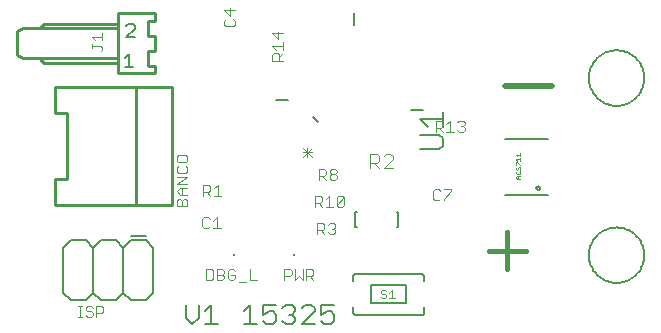
<source format=gto>
G75*
%MOIN*%
%OFA0B0*%
%FSLAX24Y24*%
%IPPOS*%
%LPD*%
%AMOC8*
5,1,8,0,0,1.08239X$1,22.5*
%
%ADD10C,0.0060*%
%ADD11C,0.0200*%
%ADD12C,0.0160*%
%ADD13C,0.0030*%
%ADD14R,0.0079X0.0079*%
%ADD15C,0.0080*%
%ADD16C,0.0040*%
%ADD17C,0.0050*%
%ADD18C,0.0100*%
%ADD19C,0.0020*%
%ADD20C,0.0010*%
%ADD21C,0.0070*%
D10*
X008506Y000851D02*
X008720Y000638D01*
X008933Y000851D01*
X008933Y001278D01*
X009151Y001065D02*
X009364Y001278D01*
X009364Y000638D01*
X009151Y000638D02*
X009578Y000638D01*
X010440Y000638D02*
X010867Y000638D01*
X010653Y000638D02*
X010653Y001278D01*
X010440Y001065D01*
X011084Y000958D02*
X011298Y001065D01*
X011405Y001065D01*
X011511Y000958D01*
X011511Y000744D01*
X011405Y000638D01*
X011191Y000638D01*
X011084Y000744D01*
X011084Y000958D02*
X011084Y001278D01*
X011511Y001278D01*
X011729Y001172D02*
X011836Y001278D01*
X012049Y001278D01*
X012156Y001172D01*
X012156Y001065D01*
X012049Y000958D01*
X012156Y000851D01*
X012156Y000744D01*
X012049Y000638D01*
X011836Y000638D01*
X011729Y000744D01*
X011942Y000958D02*
X012049Y000958D01*
X012373Y001172D02*
X012480Y001278D01*
X012694Y001278D01*
X012801Y001172D01*
X012801Y001065D01*
X012373Y000638D01*
X012801Y000638D01*
X013018Y000744D02*
X013125Y000638D01*
X013338Y000638D01*
X013445Y000744D01*
X013445Y000958D01*
X013338Y001065D01*
X013232Y001065D01*
X013018Y000958D01*
X013018Y001278D01*
X013445Y001278D01*
X008506Y001278D02*
X008506Y000851D01*
X019152Y004956D02*
X020571Y004956D01*
X020571Y006816D02*
X019152Y006816D01*
X016408Y007793D02*
X016008Y007793D01*
X012918Y007373D02*
X012758Y007533D01*
X011928Y008113D02*
X011518Y008113D01*
X014118Y010623D02*
X014118Y011023D01*
X021941Y008842D02*
X021943Y008902D01*
X021949Y008963D01*
X021959Y009022D01*
X021973Y009081D01*
X021990Y009139D01*
X022011Y009196D01*
X022036Y009251D01*
X022065Y009304D01*
X022097Y009356D01*
X022132Y009405D01*
X022171Y009452D01*
X022212Y009496D01*
X022256Y009537D01*
X022303Y009576D01*
X022352Y009611D01*
X022403Y009643D01*
X022457Y009672D01*
X022512Y009697D01*
X022569Y009718D01*
X022627Y009735D01*
X022686Y009749D01*
X022745Y009759D01*
X022806Y009765D01*
X022866Y009767D01*
X022926Y009765D01*
X022987Y009759D01*
X023046Y009749D01*
X023105Y009735D01*
X023163Y009718D01*
X023220Y009697D01*
X023275Y009672D01*
X023328Y009643D01*
X023380Y009611D01*
X023429Y009576D01*
X023476Y009537D01*
X023520Y009496D01*
X023561Y009452D01*
X023600Y009405D01*
X023635Y009356D01*
X023667Y009305D01*
X023696Y009251D01*
X023721Y009196D01*
X023742Y009139D01*
X023759Y009081D01*
X023773Y009022D01*
X023783Y008963D01*
X023789Y008902D01*
X023791Y008842D01*
X023789Y008782D01*
X023783Y008721D01*
X023773Y008662D01*
X023759Y008603D01*
X023742Y008545D01*
X023721Y008488D01*
X023696Y008433D01*
X023667Y008380D01*
X023635Y008328D01*
X023600Y008279D01*
X023561Y008232D01*
X023520Y008188D01*
X023476Y008147D01*
X023429Y008108D01*
X023380Y008073D01*
X023329Y008041D01*
X023275Y008012D01*
X023220Y007987D01*
X023163Y007966D01*
X023105Y007949D01*
X023046Y007935D01*
X022987Y007925D01*
X022926Y007919D01*
X022866Y007917D01*
X022806Y007919D01*
X022745Y007925D01*
X022686Y007935D01*
X022627Y007949D01*
X022569Y007966D01*
X022512Y007987D01*
X022457Y008012D01*
X022404Y008041D01*
X022352Y008073D01*
X022303Y008108D01*
X022256Y008147D01*
X022212Y008188D01*
X022171Y008232D01*
X022132Y008279D01*
X022097Y008328D01*
X022065Y008379D01*
X022036Y008433D01*
X022011Y008488D01*
X021990Y008545D01*
X021973Y008603D01*
X021959Y008662D01*
X021949Y008721D01*
X021943Y008782D01*
X021941Y008842D01*
X021941Y002937D02*
X021943Y002997D01*
X021949Y003058D01*
X021959Y003117D01*
X021973Y003176D01*
X021990Y003234D01*
X022011Y003291D01*
X022036Y003346D01*
X022065Y003399D01*
X022097Y003451D01*
X022132Y003500D01*
X022171Y003547D01*
X022212Y003591D01*
X022256Y003632D01*
X022303Y003671D01*
X022352Y003706D01*
X022403Y003738D01*
X022457Y003767D01*
X022512Y003792D01*
X022569Y003813D01*
X022627Y003830D01*
X022686Y003844D01*
X022745Y003854D01*
X022806Y003860D01*
X022866Y003862D01*
X022926Y003860D01*
X022987Y003854D01*
X023046Y003844D01*
X023105Y003830D01*
X023163Y003813D01*
X023220Y003792D01*
X023275Y003767D01*
X023328Y003738D01*
X023380Y003706D01*
X023429Y003671D01*
X023476Y003632D01*
X023520Y003591D01*
X023561Y003547D01*
X023600Y003500D01*
X023635Y003451D01*
X023667Y003400D01*
X023696Y003346D01*
X023721Y003291D01*
X023742Y003234D01*
X023759Y003176D01*
X023773Y003117D01*
X023783Y003058D01*
X023789Y002997D01*
X023791Y002937D01*
X023789Y002877D01*
X023783Y002816D01*
X023773Y002757D01*
X023759Y002698D01*
X023742Y002640D01*
X023721Y002583D01*
X023696Y002528D01*
X023667Y002475D01*
X023635Y002423D01*
X023600Y002374D01*
X023561Y002327D01*
X023520Y002283D01*
X023476Y002242D01*
X023429Y002203D01*
X023380Y002168D01*
X023329Y002136D01*
X023275Y002107D01*
X023220Y002082D01*
X023163Y002061D01*
X023105Y002044D01*
X023046Y002030D01*
X022987Y002020D01*
X022926Y002014D01*
X022866Y002012D01*
X022806Y002014D01*
X022745Y002020D01*
X022686Y002030D01*
X022627Y002044D01*
X022569Y002061D01*
X022512Y002082D01*
X022457Y002107D01*
X022404Y002136D01*
X022352Y002168D01*
X022303Y002203D01*
X022256Y002242D01*
X022212Y002283D01*
X022171Y002327D01*
X022132Y002374D01*
X022097Y002423D01*
X022065Y002474D01*
X022036Y002528D01*
X022011Y002583D01*
X021990Y002640D01*
X021973Y002698D01*
X021959Y002757D01*
X021949Y002816D01*
X021943Y002877D01*
X021941Y002937D01*
D11*
X020707Y008584D02*
X019145Y008584D01*
D12*
X019224Y003697D02*
X019224Y002469D01*
X019838Y003083D02*
X018610Y003083D01*
D13*
X017111Y004763D02*
X017111Y004824D01*
X017354Y005067D01*
X017354Y005127D01*
X017111Y005127D01*
X016991Y005067D02*
X016931Y005127D01*
X016809Y005127D01*
X016749Y005067D01*
X016749Y004824D01*
X016809Y004763D01*
X016931Y004763D01*
X016991Y004824D01*
X013779Y004861D02*
X013536Y004618D01*
X013597Y004557D01*
X013718Y004557D01*
X013779Y004618D01*
X013779Y004861D01*
X013718Y004921D01*
X013597Y004921D01*
X013536Y004861D01*
X013536Y004618D01*
X013416Y004557D02*
X013174Y004557D01*
X013054Y004557D02*
X012932Y004679D01*
X012993Y004679D02*
X012811Y004679D01*
X012811Y004557D02*
X012811Y004921D01*
X012993Y004921D01*
X013054Y004861D01*
X013054Y004739D01*
X012993Y004679D01*
X013174Y004800D02*
X013295Y004921D01*
X013295Y004557D01*
X013310Y004006D02*
X013431Y004006D01*
X013492Y003946D01*
X013492Y003885D01*
X013431Y003824D01*
X013492Y003764D01*
X013492Y003703D01*
X013431Y003642D01*
X013310Y003642D01*
X013249Y003703D01*
X013129Y003642D02*
X013008Y003764D01*
X013069Y003764D02*
X012887Y003764D01*
X012887Y003642D02*
X012887Y004006D01*
X013069Y004006D01*
X013129Y003946D01*
X013129Y003824D01*
X013069Y003764D01*
X013249Y003946D02*
X013310Y004006D01*
X013370Y003824D02*
X013431Y003824D01*
X012702Y002478D02*
X012520Y002478D01*
X012520Y002114D01*
X012401Y002114D02*
X012401Y002478D01*
X012158Y002478D02*
X012158Y002114D01*
X012279Y002235D01*
X012401Y002114D01*
X012520Y002235D02*
X012702Y002235D01*
X012763Y002296D01*
X012763Y002417D01*
X012702Y002478D01*
X012642Y002235D02*
X012763Y002114D01*
X012038Y002296D02*
X011977Y002235D01*
X011795Y002235D01*
X011795Y002114D02*
X011795Y002478D01*
X011977Y002478D01*
X012038Y002417D01*
X012038Y002296D01*
X010875Y002106D02*
X010633Y002106D01*
X010633Y002470D01*
X010150Y002410D02*
X010090Y002470D01*
X009968Y002470D01*
X009908Y002410D01*
X009908Y002167D01*
X009968Y002106D01*
X010090Y002106D01*
X010150Y002167D01*
X010150Y002288D01*
X010029Y002288D01*
X009788Y002228D02*
X009788Y002167D01*
X009727Y002106D01*
X009545Y002106D01*
X009545Y002470D01*
X009727Y002470D01*
X009788Y002410D01*
X009788Y002349D01*
X009727Y002288D01*
X009545Y002288D01*
X009425Y002167D02*
X009425Y002410D01*
X009365Y002470D01*
X009183Y002470D01*
X009183Y002106D01*
X009365Y002106D01*
X009425Y002167D01*
X009727Y002288D02*
X009788Y002228D01*
X010270Y002046D02*
X010513Y002046D01*
X009669Y003837D02*
X009427Y003837D01*
X009548Y003837D02*
X009548Y004201D01*
X009427Y004080D01*
X009307Y004140D02*
X009246Y004201D01*
X009125Y004201D01*
X009064Y004140D01*
X009064Y003898D01*
X009125Y003837D01*
X009246Y003837D01*
X009307Y003898D01*
X009326Y004919D02*
X009204Y005040D01*
X009265Y005040D02*
X009083Y005040D01*
X009083Y004919D02*
X009083Y005283D01*
X009265Y005283D01*
X009326Y005222D01*
X009326Y005101D01*
X009265Y005040D01*
X009445Y004919D02*
X009688Y004919D01*
X009567Y004919D02*
X009567Y005283D01*
X009445Y005161D01*
X012401Y006208D02*
X012715Y006521D01*
X012401Y006208D01*
X012401Y006364D02*
X012715Y006364D01*
X012401Y006364D01*
X012401Y006521D02*
X012715Y006208D01*
X012401Y006521D01*
X012558Y006521D02*
X012558Y006208D01*
X012558Y006521D01*
X012933Y005818D02*
X013118Y005818D01*
X013180Y005756D01*
X013180Y005633D01*
X013118Y005571D01*
X012933Y005571D01*
X013056Y005571D02*
X013180Y005448D01*
X013301Y005509D02*
X013301Y005571D01*
X013363Y005633D01*
X013486Y005633D01*
X013548Y005571D01*
X013548Y005509D01*
X013486Y005448D01*
X013363Y005448D01*
X013301Y005509D01*
X013363Y005633D02*
X013301Y005694D01*
X013301Y005756D01*
X013363Y005818D01*
X013486Y005818D01*
X013548Y005756D01*
X013548Y005694D01*
X013486Y005633D01*
X012933Y005448D02*
X012933Y005818D01*
X016833Y007058D02*
X016833Y007422D01*
X017015Y007422D01*
X017076Y007361D01*
X017076Y007240D01*
X017015Y007179D01*
X016833Y007179D01*
X016955Y007179D02*
X017076Y007058D01*
X017196Y007058D02*
X017438Y007058D01*
X017317Y007058D02*
X017317Y007422D01*
X017196Y007300D01*
X017558Y007361D02*
X017619Y007422D01*
X017740Y007422D01*
X017801Y007361D01*
X017801Y007300D01*
X017740Y007240D01*
X017801Y007179D01*
X017801Y007118D01*
X017740Y007058D01*
X017619Y007058D01*
X017558Y007118D01*
X017680Y007240D02*
X017740Y007240D01*
X011748Y009425D02*
X011384Y009425D01*
X011384Y009607D01*
X011445Y009668D01*
X011566Y009668D01*
X011627Y009607D01*
X011627Y009425D01*
X011627Y009546D02*
X011748Y009668D01*
X011748Y009787D02*
X011748Y010030D01*
X011748Y009909D02*
X011384Y009909D01*
X011506Y009787D01*
X011566Y010150D02*
X011566Y010393D01*
X011384Y010332D02*
X011566Y010150D01*
X011748Y010332D02*
X011384Y010332D01*
X010154Y010622D02*
X010154Y010743D01*
X010093Y010804D01*
X009972Y010924D02*
X009972Y011166D01*
X010154Y011106D02*
X009790Y011106D01*
X009972Y010924D01*
X009850Y010804D02*
X009790Y010743D01*
X009790Y010622D01*
X009850Y010561D01*
X010093Y010561D01*
X010154Y010622D01*
D14*
X010129Y002933D03*
X012129Y002933D03*
D15*
X004668Y001433D02*
X004418Y001683D01*
X004418Y003183D01*
X004668Y003433D01*
X005168Y003433D01*
X005418Y003183D01*
X005418Y001683D01*
X005168Y001433D01*
X004668Y001433D01*
X005418Y001683D02*
X005668Y001433D01*
X006168Y001433D01*
X006418Y001683D01*
X006418Y003183D01*
X006168Y003433D01*
X005668Y003433D01*
X005418Y003183D01*
X006418Y003183D02*
X006668Y003433D01*
X007168Y003433D01*
X007418Y003183D01*
X007418Y001683D01*
X007168Y001433D01*
X006668Y001433D01*
X006418Y001683D01*
X006668Y003564D02*
X007168Y003564D01*
X014140Y003877D02*
X014140Y004388D01*
X014199Y004388D01*
X014199Y003877D02*
X014140Y003877D01*
X015537Y003877D02*
X015577Y003877D01*
X015577Y004388D01*
X015537Y004388D01*
X016327Y006463D02*
X016944Y006463D01*
X017068Y006586D01*
X017068Y006833D01*
X016944Y006956D01*
X016327Y006956D01*
X016574Y007218D02*
X016327Y007464D01*
X017068Y007464D01*
X017068Y007218D02*
X017068Y007711D01*
X020195Y005176D02*
X020197Y005191D01*
X020203Y005204D01*
X020212Y005216D01*
X020223Y005225D01*
X020237Y005231D01*
X020252Y005233D01*
X020267Y005231D01*
X020280Y005225D01*
X020292Y005216D01*
X020301Y005205D01*
X020307Y005191D01*
X020309Y005176D01*
X020307Y005161D01*
X020301Y005148D01*
X020292Y005136D01*
X020281Y005127D01*
X020267Y005121D01*
X020252Y005119D01*
X020237Y005121D01*
X020224Y005127D01*
X020212Y005136D01*
X020203Y005147D01*
X020197Y005161D01*
X020195Y005176D01*
D16*
X015405Y005853D02*
X015098Y005853D01*
X015405Y006159D01*
X015405Y006236D01*
X015328Y006313D01*
X015175Y006313D01*
X015098Y006236D01*
X014945Y006236D02*
X014945Y006083D01*
X014868Y006006D01*
X014638Y006006D01*
X014791Y006006D02*
X014945Y005853D01*
X014638Y005853D02*
X014638Y006313D01*
X014868Y006313D01*
X014945Y006236D01*
X008558Y006207D02*
X008558Y006089D01*
X008499Y006030D01*
X008263Y006030D01*
X008204Y006089D01*
X008204Y006207D01*
X008263Y006266D01*
X008499Y006266D01*
X008558Y006207D01*
X008499Y005904D02*
X008558Y005845D01*
X008558Y005727D01*
X008499Y005668D01*
X008263Y005668D01*
X008204Y005727D01*
X008204Y005845D01*
X008263Y005904D01*
X008204Y005541D02*
X008558Y005541D01*
X008204Y005305D01*
X008558Y005305D01*
X008558Y005179D02*
X008322Y005179D01*
X008204Y005061D01*
X008322Y004943D01*
X008558Y004943D01*
X008499Y004816D02*
X008558Y004757D01*
X008558Y004580D01*
X008204Y004580D01*
X008204Y004757D01*
X008263Y004816D01*
X008322Y004816D01*
X008381Y004757D01*
X008381Y004580D01*
X008381Y004757D02*
X008440Y004816D01*
X008499Y004816D01*
X008381Y004943D02*
X008381Y005179D01*
X005705Y001242D02*
X005528Y001242D01*
X005528Y000888D01*
X005528Y001006D02*
X005705Y001006D01*
X005764Y001065D01*
X005764Y001183D01*
X005705Y001242D01*
X005402Y001183D02*
X005343Y001242D01*
X005225Y001242D01*
X005166Y001183D01*
X005166Y001124D01*
X005225Y001065D01*
X005343Y001065D01*
X005402Y001006D01*
X005402Y000947D01*
X005343Y000888D01*
X005225Y000888D01*
X005166Y000947D01*
X005042Y000888D02*
X004924Y000888D01*
X004983Y000888D02*
X004983Y001242D01*
X004924Y001242D02*
X005042Y001242D01*
X005670Y009729D02*
X005730Y009789D01*
X005730Y009849D01*
X005670Y009909D01*
X005369Y009909D01*
X005369Y009849D02*
X005369Y009969D01*
X005490Y010098D02*
X005369Y010218D01*
X005730Y010218D01*
X005730Y010098D02*
X005730Y010338D01*
D17*
X007074Y004614D02*
X007862Y004614D01*
X014087Y002223D02*
X014087Y002066D01*
X014087Y002223D02*
X014092Y002243D01*
X014101Y002262D01*
X014112Y002279D01*
X014127Y002294D01*
X014144Y002306D01*
X014163Y002315D01*
X014183Y002321D01*
X014204Y002323D01*
X014225Y002321D01*
X016351Y002321D01*
X016368Y002320D01*
X016385Y002315D01*
X016400Y002308D01*
X016414Y002298D01*
X016426Y002286D01*
X016436Y002272D01*
X016443Y002257D01*
X016448Y002240D01*
X016449Y002223D01*
X016449Y002066D01*
X015858Y001928D02*
X015858Y001337D01*
X014677Y001337D01*
X014677Y001928D01*
X015858Y001928D01*
X016449Y001199D02*
X016449Y001042D01*
X016448Y001025D01*
X016443Y001008D01*
X016436Y000993D01*
X016426Y000979D01*
X016414Y000967D01*
X016400Y000957D01*
X016385Y000950D01*
X016368Y000945D01*
X016351Y000944D01*
X014185Y000944D01*
X014168Y000945D01*
X014151Y000950D01*
X014136Y000957D01*
X014122Y000967D01*
X014110Y000979D01*
X014100Y000993D01*
X014093Y001008D01*
X014088Y001025D01*
X014087Y001042D01*
X014087Y001199D01*
D18*
X008058Y004614D02*
X008058Y008551D01*
X006838Y008551D01*
X006838Y004614D01*
X008058Y004614D01*
X006838Y004614D02*
X004161Y004614D01*
X004161Y005480D01*
X004555Y005480D01*
X004555Y007685D01*
X004161Y007685D01*
X004161Y008551D01*
X006838Y008551D01*
X006239Y008999D02*
X006239Y009499D01*
X003089Y009499D01*
X002889Y009599D01*
X002889Y010019D01*
X002889Y009979D01*
X002889Y010019D02*
X002889Y010399D01*
X003089Y010499D01*
X006239Y010499D01*
X006239Y010649D02*
X003789Y010649D01*
X003649Y010519D01*
X003649Y009479D02*
X003789Y009349D01*
X006239Y009349D01*
X006239Y009499D02*
X006239Y010649D01*
X006239Y010999D01*
X007489Y010999D01*
X007489Y010749D01*
X007239Y010749D01*
X007239Y010249D01*
X007489Y010249D01*
X007489Y009749D01*
X007239Y009749D01*
X007239Y009249D01*
X007489Y009249D01*
X007489Y008999D01*
X006239Y008999D01*
D19*
X015007Y001739D02*
X015007Y001692D01*
X015053Y001645D01*
X015147Y001645D01*
X015193Y001599D01*
X015193Y001552D01*
X015147Y001505D01*
X015053Y001505D01*
X015007Y001552D01*
X015007Y001739D02*
X015053Y001785D01*
X015147Y001785D01*
X015193Y001739D01*
X015283Y001692D02*
X015376Y001785D01*
X015376Y001505D01*
X015283Y001505D02*
X015470Y001505D01*
D20*
X019506Y005541D02*
X019557Y005491D01*
X019657Y005491D01*
X019582Y005491D02*
X019582Y005591D01*
X019557Y005591D02*
X019657Y005591D01*
X019632Y005638D02*
X019657Y005663D01*
X019657Y005713D01*
X019632Y005738D01*
X019632Y005785D02*
X019657Y005810D01*
X019657Y005860D01*
X019632Y005885D01*
X019607Y005885D01*
X019582Y005860D01*
X019582Y005810D01*
X019557Y005785D01*
X019532Y005785D01*
X019506Y005810D01*
X019506Y005860D01*
X019532Y005885D01*
X019506Y005933D02*
X019506Y006033D01*
X019532Y006033D01*
X019632Y005933D01*
X019657Y005933D01*
X019657Y006080D02*
X019657Y006180D01*
X019657Y006227D02*
X019657Y006327D01*
X019657Y006277D02*
X019506Y006277D01*
X019557Y006227D01*
X019506Y006130D02*
X019657Y006130D01*
X019557Y006080D02*
X019506Y006130D01*
X019532Y005738D02*
X019506Y005713D01*
X019506Y005663D01*
X019532Y005638D01*
X019632Y005638D01*
X019557Y005591D02*
X019506Y005541D01*
D21*
X006761Y009224D02*
X006474Y009224D01*
X006618Y009224D02*
X006618Y009655D01*
X006474Y009511D01*
X006524Y010204D02*
X006811Y010491D01*
X006811Y010563D01*
X006740Y010635D01*
X006596Y010635D01*
X006524Y010563D01*
X006524Y010204D02*
X006811Y010204D01*
M02*

</source>
